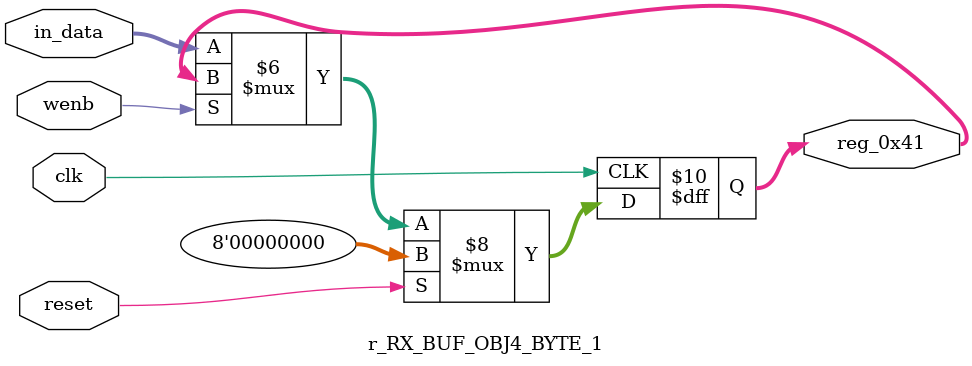
<source format=v>
module r_RX_BUF_OBJ4_BYTE_1(output reg [7:0] reg_0x41, input wire reset, input wire wenb, input wire [7:0] in_data, input wire clk);
	always@(posedge clk)
	begin
		if(reset==0) begin
			if(wenb==0)
				reg_0x41<=in_data;
			else
				reg_0x41<=reg_0x41;
		end
		else
			reg_0x41<=8'h00;
	end
endmodule
</source>
